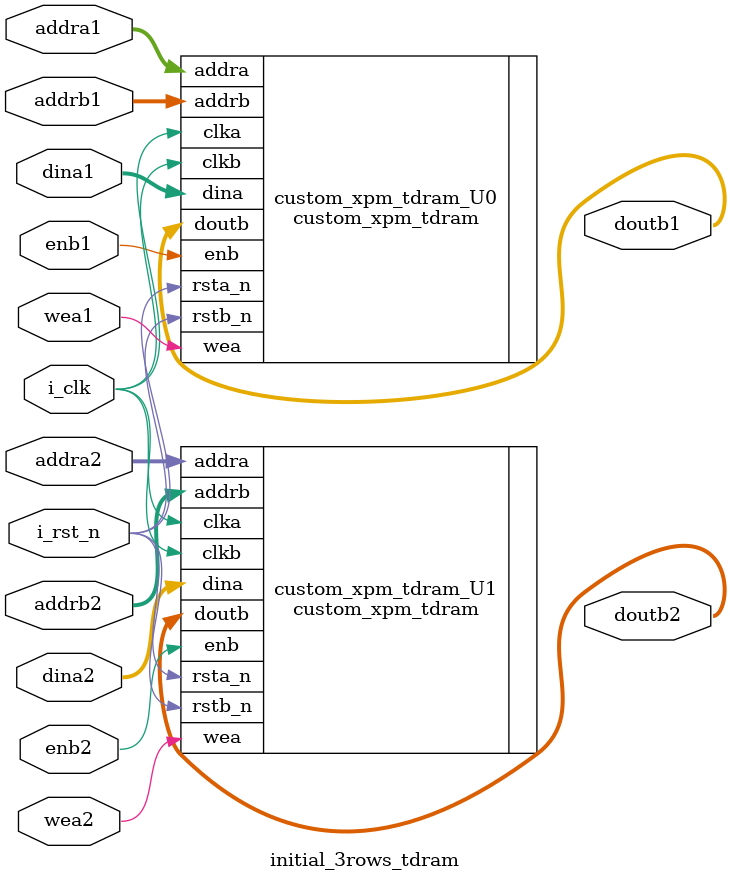
<source format=v>
`timescale 1ns / 1ps


module initial_3rows_tdram#(
    parameter P_ROW_WIDTH  = 256,
    parameter P_DATA_WIDTH = 8  ,
    parameter P_ADDR_WIDTH = 12
)
(
    input                           i_clk   ,
    input                           i_rst_n ,

    input   [P_ADDR_WIDTH-1:0]      addra1  ,
    input                           wea1    ,
    input   [P_DATA_WIDTH-1:0]      dina1   ,
    input   [P_ADDR_WIDTH-1:0]      addrb1  ,
    output  [P_DATA_WIDTH-1:0]      doutb1  ,
    input                           enb1    ,

    input   [P_ADDR_WIDTH-1:0]      addra2  ,
    input                           wea2    ,
    input   [P_DATA_WIDTH-1:0]      dina2   ,
    input   [P_ADDR_WIDTH-1:0]      addrb2  ,
    output  [P_DATA_WIDTH-1:0]      doutb2  ,
    input                           enb2     
);

// localparam         P_CLOCKING_MODE = "independent_clock" ;
localparam         P_CLOCKING_MODE = "common_clock" ;


custom_xpm_tdram #(
    .P_WRITE_DATA_WIDTH_A (P_DATA_WIDTH )   ,
    .P_WRITE_DATA_DEPTH_A (P_ROW_WIDTH  )   ,
    .P_READ_DATA_WIDTH_A  (P_DATA_WIDTH )   ,
    .P_ADDR_WIDTH_A       (P_ADDR_WIDTH )   ,
    .P_WRITE_DATA_WIDTH_B (P_DATA_WIDTH )   ,
    .P_READ_DATA_WIDTH_B  (P_DATA_WIDTH )   ,
    .P_ADDR_WIDTH_B       (P_ADDR_WIDTH )   ,
    .P_CLOCKING_MODE      (P_CLOCKING_MODE)
)custom_xpm_tdram_U0(
    .clka                 (i_clk        )   ,
    .rsta_n               (i_rst_n      )   ,
    .addra                (addra1       )   ,
    .wea                  (wea1         )   ,
    .dina                 (dina1        )   ,
    .clkb                 (i_clk        )   ,
    .rstb_n               (i_rst_n      )   ,
    .addrb                (addrb1       )   ,
    .doutb                (doutb1       )   ,
    .enb                  (enb1         )   
);

custom_xpm_tdram #(
    .P_WRITE_DATA_WIDTH_A (P_DATA_WIDTH )   ,
    .P_WRITE_DATA_DEPTH_A (P_ROW_WIDTH  )   ,
    .P_READ_DATA_WIDTH_A  (P_DATA_WIDTH )   ,
    .P_ADDR_WIDTH_A       (P_ADDR_WIDTH )   ,
    .P_WRITE_DATA_WIDTH_B (P_DATA_WIDTH )   ,
    .P_READ_DATA_WIDTH_B  (P_DATA_WIDTH )   ,
    .P_ADDR_WIDTH_B       (P_ADDR_WIDTH )   ,
    .P_CLOCKING_MODE      (P_CLOCKING_MODE)
)custom_xpm_tdram_U1(
    .clka                 (i_clk        )   ,
    .rsta_n               (i_rst_n      )   ,
    .addra                (addra2       )   ,
    .wea                  (wea2         )   ,
    .dina                 (dina2        )   ,
    .clkb                 (i_clk        )   ,
    .rstb_n               (i_rst_n      )   ,
    .addrb                (addrb2       )   ,
    .doutb                (doutb2       )   ,
    .enb                  (enb2         )   
);
endmodule

</source>
